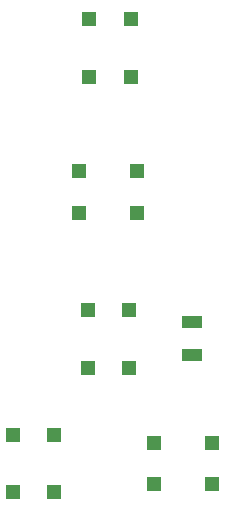
<source format=gtp>
%FSLAX25Y25*%
%MOIN*%
G70*
G01*
G75*
G04 Layer_Color=8421504*
%ADD10R,0.08000X0.05000*%
%ADD11R,0.05906X0.05906*%
%ADD12R,0.05906X0.05906*%
%ADD13C,0.02500*%
%ADD14C,0.16500*%
%ADD15C,0.04000*%
%ADD16R,0.05000X0.08000*%
%ADD17R,0.17716X0.12205*%
%ADD18C,0.01000*%
%ADD19C,0.01200*%
%ADD20R,0.07000X0.04000*%
%ADD21R,0.04906X0.04906*%
%ADD22R,0.04906X0.04906*%
D20*
X570500Y461000D02*
D03*
Y472000D02*
D03*
D21*
X552146Y522390D02*
D03*
Y508610D02*
D03*
X532854Y522390D02*
D03*
Y508610D02*
D03*
X557854Y418110D02*
D03*
Y431890D02*
D03*
X577146Y418110D02*
D03*
Y431890D02*
D03*
D22*
X549890Y553854D02*
D03*
X536110D02*
D03*
X549890Y573146D02*
D03*
X536110D02*
D03*
X535610Y476146D02*
D03*
X549390D02*
D03*
X535610Y456854D02*
D03*
X549390D02*
D03*
X524390Y415354D02*
D03*
X510610D02*
D03*
X524390Y434646D02*
D03*
X510610D02*
D03*
M02*

</source>
